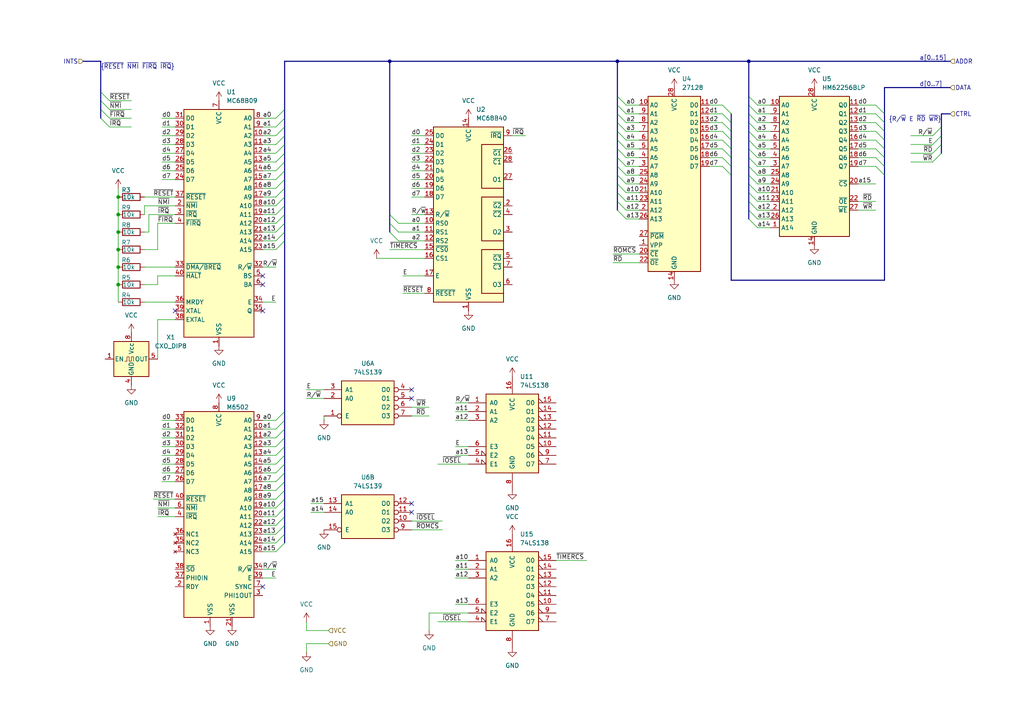
<source format=kicad_sch>
(kicad_sch (version 20231120) (generator "eeschema") (generator_version "8.0")
  (paper "A4")
  (title_block (title "Octuplex 8-bit Microcomputer") (date "2024-11-24") (company "John Honniball"))
  (lib_symbols
    (symbol "74xx:74LS138" (pin_names (offset 1.016))
      (property "Reference" "U" (at -7.62 11.43 0))
      (property "Value" "74LS138" (at -7.62 -13.97 0))
      (symbol "74LS138_1_0"
        (pin input line (at -12.7 7.62 0) (length 5.08) (name "A0") (number "1"))
        (pin output output_low (at 12.7 -5.08 180) (length 5.08) (name "O5") (number "10"))
        (pin output output_low (at 12.7 -2.54 180) (length 5.08) (name "O4") (number "11"))
        (pin output output_low (at 12.7 0 180) (length 5.08) (name "O3") (number "12"))
        (pin output output_low (at 12.7 2.54 180) (length 5.08) (name "O2") (number "13"))
        (pin output output_low (at 12.7 5.08 180) (length 5.08) (name "O1") (number "14"))
        (pin output output_low (at 12.7 7.62 180) (length 5.08) (name "O0") (number "15"))
        (pin power_in line (at 0 15.24 270) (length 5.08) (name "VCC") (number "16"))
        (pin input line (at -12.7 5.08 0) (length 5.08) (name "A1") (number "2"))
        (pin input line (at -12.7 2.54 0) (length 5.08) (name "A2") (number "3"))
        (pin input input_low (at -12.7 -10.16 0) (length 5.08) (name "E1") (number "4"))
        (pin input input_low (at -12.7 -7.62 0) (length 5.08) (name "E2") (number "5"))
        (pin input line (at -12.7 -5.08 0) (length 5.08) (name "E3") (number "6"))
        (pin output output_low (at 12.7 -10.16 180) (length 5.08) (name "O7") (number "7"))
        (pin power_in line (at 0 -17.78 90) (length 5.08) (name "GND") (number "8"))
        (pin output output_low (at 12.7 -7.62 180) (length 5.08) (name "O6") (number "9"))
      )
    )
    (symbol "74xx:74LS139" (pin_names (offset 1.016))
      (property "Reference" "U" (at -7.62 8.89 0))
      (property "Value" "74LS139" (at -7.62 -8.89 0))
      (symbol "74LS139_1_0"
        (pin input inverted (at -12.7 -5.08 0) (length 5.08) (name "E") (number "1"))
        (pin input line (at -12.7 0 0) (length 5.08) (name "A0") (number "2"))
        (pin input line (at -12.7 2.54 0) (length 5.08) (name "A1") (number "3"))
        (pin output inverted (at 12.7 2.54 180) (length 5.08) (name "O0") (number "4"))
        (pin output inverted (at 12.7 0 180) (length 5.08) (name "O1") (number "5"))
        (pin output inverted (at 12.7 -2.54 180) (length 5.08) (name "O2") (number "6"))
        (pin output inverted (at 12.7 -5.08 180) (length 5.08) (name "O3") (number "7"))
      )
      (symbol "74LS139_2_0"
        (pin output inverted (at 12.7 -2.54 180) (length 5.08) (name "O2") (number "10"))
        (pin output inverted (at 12.7 0 180) (length 5.08) (name "O1") (number "11"))
        (pin output inverted (at 12.7 2.54 180) (length 5.08) (name "O0") (number "12"))
        (pin input line (at -12.7 2.54 0) (length 5.08) (name "A1") (number "13"))
        (pin input line (at -12.7 0 0) (length 5.08) (name "A0") (number "14"))
        (pin input inverted (at -12.7 -5.08 0) (length 5.08) (name "E") (number "15"))
        (pin output inverted (at 12.7 -5.08 180) (length 5.08) (name "O3") (number "9"))
      )
      (symbol "74LS139_3_0"
        (pin power_in line (at 0 12.7 270) (length 5.08) (name "VCC") (number "16"))
        (pin power_in line (at 0 -12.7 90) (length 5.08) (name "GND") (number "8"))
      )
    )
    (symbol "CPU_NXP_6800:MC68B09"
      (property "Reference" "U" (at -7.62 34.29 0))
      (property "Value" "MC68B09" (at 10.16 34.29 0))
      (symbol "MC68B09_1_1"
        (pin power_in line (at 0 -35.56 90) (length 2.54) (name "VSS") (number "1"))
        (pin output line (at 12.7 25.4 180) (length 2.54) (name "A2") (number "10"))
        (pin output line (at 12.7 22.86 180) (length 2.54) (name "A3") (number "11"))
        (pin output line (at 12.7 20.32 180) (length 2.54) (name "A4") (number "12"))
        (pin output line (at 12.7 17.78 180) (length 2.54) (name "A5") (number "13"))
        (pin output line (at 12.7 15.24 180) (length 2.54) (name "A6") (number "14"))
        (pin output line (at 12.7 12.7 180) (length 2.54) (name "A7") (number "15"))
        (pin output line (at 12.7 10.16 180) (length 2.54) (name "A8") (number "16"))
        (pin output line (at 12.7 7.62 180) (length 2.54) (name "A9") (number "17"))
        (pin output line (at 12.7 5.08 180) (length 2.54) (name "A10") (number "18"))
        (pin output line (at 12.7 2.54 180) (length 2.54) (name "A11") (number "19"))
        (pin input line (at -12.7 5.08 0) (length 2.54) (name "~{NMI}") (number "2"))
        (pin output line (at 12.7 0 180) (length 2.54) (name "A12") (number "20"))
        (pin output line (at 12.7 -2.54 180) (length 2.54) (name "A13") (number "21"))
        (pin output line (at 12.7 -5.08 180) (length 2.54) (name "A14") (number "22"))
        (pin output line (at 12.7 -7.62 180) (length 2.54) (name "A15") (number "23"))
        (pin bidirectional line (at -12.7 12.7 0) (length 2.54) (name "D7") (number "24"))
        (pin bidirectional line (at -12.7 15.24 0) (length 2.54) (name "D6") (number "25"))
        (pin bidirectional line (at -12.7 17.78 0) (length 2.54) (name "D5") (number "26"))
        (pin bidirectional line (at -12.7 20.32 0) (length 2.54) (name "D4") (number "27"))
        (pin bidirectional line (at -12.7 22.86 0) (length 2.54) (name "D3") (number "28"))
        (pin bidirectional line (at -12.7 25.4 0) (length 2.54) (name "D2") (number "29"))
        (pin input line (at -12.7 2.54 0) (length 2.54) (name "~{IRQ}") (number "3"))
        (pin bidirectional line (at -12.7 27.94 0) (length 2.54) (name "D1") (number "30"))
        (pin bidirectional line (at -12.7 30.48 0) (length 2.54) (name "D0") (number "31"))
        (pin output line (at 12.7 -12.7 180) (length 2.54) (name "R/~{W}") (number "32"))
        (pin input line (at -12.7 -12.7 0) (length 2.54) (name "~{DMA/BREQ}") (number "33"))
        (pin output line (at 12.7 -22.86 180) (length 2.54) (name "E") (number "34"))
        (pin output line (at 12.7 -25.4 180) (length 2.54) (name "Q") (number "35"))
        (pin input line (at -12.7 -22.86 0) (length 2.54) (name "MRDY") (number "36"))
        (pin input line (at -12.7 7.62 0) (length 2.54) (name "~{RESET}") (number "37"))
        (pin input line (at -12.7 -27.94 0) (length 2.54) (name "EXTAL") (number "38"))
        (pin input line (at -12.7 -25.4 0) (length 2.54) (name "XTAL") (number "39"))
        (pin input line (at -12.7 0 0) (length 2.54) (name "~{FIRQ}") (number "4"))
        (pin input line (at -12.7 -15.24 0) (length 2.54) (name "~{HALT}") (number "40"))
        (pin output line (at 12.7 -15.24 180) (length 2.54) (name "BS") (number "5"))
        (pin output line (at 12.7 -17.78 180) (length 2.54) (name "BA") (number "6"))
        (pin power_in line (at 0 35.56 270) (length 2.54) (name "VCC") (number "7"))
        (pin output line (at 12.7 30.48 180) (length 2.54) (name "A0") (number "8"))
        (pin output line (at 12.7 27.94 180) (length 2.54) (name "A1") (number "9"))
      )
    )
    (symbol "Device:R" (pin_numbers hide) (pin_names (offset 0))
      (property "Reference" "R" (at 2.032 0 90))
      (property "Value" "R" (at 0 0 90))
      (symbol "R_1_1"
        (pin passive line (at 0 3.81 270) (length 1.27) (name "~") (number "1"))
        (pin passive line (at 0 -3.81 90) (length 1.27) (name "~") (number "2"))
      )
    )
    (symbol "Interface:MC68B40"
      (property "Reference" "U" (at -7.62 34.29 0))
      (property "Value" "MC68B40" (at 10.16 34.29 0))
      (symbol "MC68B40_1_1"
        (pin power_in line (at 0 -27.94 90) (length 2.54) (name "VSS") (number "1"))
        (pin input line (at -12.7 -2.54 0) (length 2.54) (name "RS0") (number "10"))
        (pin input line (at -12.7 -5.08 0) (length 2.54) (name "RS1") (number "11"))
        (pin input line (at -12.7 -7.62 0) (length 2.54) (name "RS2") (number "12"))
        (pin input line (at -12.7 0 0) (length 2.54) (name "R/~{W}") (number "13"))
        (pin power_in line (at 0 27.94 270) (length 2.54) (name "VCC") (number "14"))
        (pin input line (at -12.7 -10.16 0) (length 2.54) (name "~{CS0}") (number "15"))
        (pin input line (at -12.7 -12.7 0) (length 2.54) (name "CS1") (number "16"))
        (pin input line (at -12.7 -17.78 0) (length 2.54) (name "E") (number "17"))
        (pin input line (at -12.7 5.08 0) (length 2.54) (name "D7") (number "18"))
        (pin input line (at -12.7 7.62 0) (length 2.54) (name "D6") (number "19"))
        (pin input line (at 12.7 2.54 180) (length 2.54) (name "~{G2}") (number "2"))
        (pin input line (at -12.7 10.16 0) (length 2.54) (name "D5") (number "20"))
        (pin input line (at -12.7 12.7 0) (length 2.54) (name "D4") (number "21"))
        (pin input line (at -12.7 15.24 0) (length 2.54) (name "D3") (number "22"))
        (pin input line (at -12.7 17.78 0) (length 2.54) (name "D2") (number "23"))
        (pin input line (at -12.7 20.32 0) (length 2.54) (name "D1") (number "24"))
        (pin input line (at -12.7 22.86 0) (length 2.54) (name "D0") (number "25"))
        (pin input line (at 12.7 17.78 180) (length 2.54) (name "~{G1}") (number "26"))
        (pin output line (at 12.7 10.16 180) (length 2.54) (name "O1") (number "27"))
        (pin input line (at 12.7 15.24 180) (length 2.54) (name "~{C1}") (number "28"))
        (pin output line (at 12.7 -5.08 180) (length 2.54) (name "O2") (number "3"))
        (pin input line (at 12.7 0 180) (length 2.54) (name "~{C2}") (number "4"))
        (pin input line (at 12.7 -12.7 180) (length 2.54) (name "~{G3}") (number "5"))
        (pin output line (at 12.7 -20.32 180) (length 2.54) (name "O3") (number "6"))
        (pin input line (at 12.7 -15.24 180) (length 2.54) (name "~{C3}") (number "7"))
        (pin input line (at -12.7 -22.86 0) (length 2.54) (name "~{RESET}") (number "8"))
        (pin output line (at 12.7 22.86 180) (length 2.54) (name "~{IRQ}") (number "9"))
      )
    )
    (symbol "Memory_EPROM:27128"
      (property "Reference" "U" (at -7.62 26.67 0))
      (property "Value" "27128" (at 2.54 -26.67 0))
      (symbol "27128_1_1"
        (pin input line (at -10.16 -17.78 0) (length 2.54) (name "VPP") (number "1"))
        (pin input line (at -10.16 22.86 0) (length 2.54) (name "A0") (number "10"))
        (pin tri_state line (at 10.16 22.86 180) (length 2.54) (name "D0") (number "11"))
        (pin tri_state line (at 10.16 20.32 180) (length 2.54) (name "D1") (number "12"))
        (pin tri_state line (at 10.16 17.78 180) (length 2.54) (name "D2") (number "13"))
        (pin power_in line (at 0 -27.94 90) (length 2.54) (name "GND") (number "14"))
        (pin tri_state line (at 10.16 15.24 180) (length 2.54) (name "D3") (number "15"))
        (pin tri_state line (at 10.16 12.7 180) (length 2.54) (name "D4") (number "16"))
        (pin tri_state line (at 10.16 10.16 180) (length 2.54) (name "D5") (number "17"))
        (pin tri_state line (at 10.16 7.62 180) (length 2.54) (name "D6") (number "18"))
        (pin tri_state line (at 10.16 5.08 180) (length 2.54) (name "D7") (number "19"))
        (pin input line (at -10.16 -7.62 0) (length 2.54) (name "A12") (number "2"))
        (pin input line (at -10.16 -20.32 0) (length 2.54) (name "~{CE}") (number "20"))
        (pin input line (at -10.16 -2.54 0) (length 2.54) (name "A10") (number "21"))
        (pin input line (at -10.16 -22.86 0) (length 2.54) (name "~{OE}") (number "22"))
        (pin input line (at -10.16 -5.08 0) (length 2.54) (name "A11") (number "23"))
        (pin input line (at -10.16 0 0) (length 2.54) (name "A9") (number "24"))
        (pin input line (at -10.16 2.54 0) (length 2.54) (name "A8") (number "25"))
        (pin input line (at -10.16 -10.16 0) (length 2.54) (name "A13") (number "26"))
        (pin input line (at -10.16 -15.24 0) (length 2.54) (name "~{PGM}") (number "27"))
        (pin power_in line (at 0 27.94 270) (length 2.54) (name "VCC") (number "28"))
        (pin input line (at -10.16 5.08 0) (length 2.54) (name "A7") (number "3"))
        (pin input line (at -10.16 7.62 0) (length 2.54) (name "A6") (number "4"))
        (pin input line (at -10.16 10.16 0) (length 2.54) (name "A5") (number "5"))
        (pin input line (at -10.16 12.7 0) (length 2.54) (name "A4") (number "6"))
        (pin input line (at -10.16 15.24 0) (length 2.54) (name "A3") (number "7"))
        (pin input line (at -10.16 17.78 0) (length 2.54) (name "A2") (number "8"))
        (pin input line (at -10.16 20.32 0) (length 2.54) (name "A1") (number "9"))
      )
    )
    (symbol "Memory_RAM:HM62256BLP"
      (property "Reference" "U" (at -10.16 20.955 0))
      (property "Value" "HM62256BLP" (at 2.54 20.955 0))
      (symbol "HM62256BLP_0_0"
        (pin power_in line (at 0 -22.86 90) (length 2.54) (name "GND") (number "14"))
        (pin power_in line (at 0 22.86 270) (length 2.54) (name "VCC") (number "28"))
      )
      (symbol "HM62256BLP_1_1"
        (pin input line (at -12.7 -17.78 0) (length 2.54) (name "A14") (number "1"))
        (pin input line (at -12.7 17.78 0) (length 2.54) (name "A0") (number "10"))
        (pin tri_state line (at 12.7 17.78 180) (length 2.54) (name "Q0") (number "11"))
        (pin tri_state line (at 12.7 15.24 180) (length 2.54) (name "Q1") (number "12"))
        (pin tri_state line (at 12.7 12.7 180) (length 2.54) (name "Q2") (number "13"))
        (pin tri_state line (at 12.7 10.16 180) (length 2.54) (name "Q3") (number "15"))
        (pin tri_state line (at 12.7 7.62 180) (length 2.54) (name "Q4") (number "16"))
        (pin tri_state line (at 12.7 5.08 180) (length 2.54) (name "Q5") (number "17"))
        (pin tri_state line (at 12.7 2.54 180) (length 2.54) (name "Q6") (number "18"))
        (pin tri_state line (at 12.7 0 180) (length 2.54) (name "Q7") (number "19"))
        (pin input line (at -12.7 -12.7 0) (length 2.54) (name "A12") (number "2"))
        (pin input line (at 12.7 -5.08 180) (length 2.54) (name "~{CS}") (number "20"))
        (pin input line (at -12.7 -7.62 0) (length 2.54) (name "A10") (number "21"))
        (pin input line (at 12.7 -10.16 180) (length 2.54) (name "~{OE}") (number "22"))
        (pin input line (at -12.7 -10.16 0) (length 2.54) (name "A11") (number "23"))
        (pin input line (at -12.7 -5.08 0) (length 2.54) (name "A9") (number "24"))
        (pin input line (at -12.7 -2.54 0) (length 2.54) (name "A8") (number "25"))
        (pin input line (at -12.7 -15.24 0) (length 2.54) (name "A13") (number "26"))
        (pin input line (at 12.7 -12.7 180) (length 2.54) (name "~{WE}") (number "27"))
        (pin input line (at -12.7 0 0) (length 2.54) (name "A7") (number "3"))
        (pin input line (at -12.7 2.54 0) (length 2.54) (name "A6") (number "4"))
        (pin input line (at -12.7 5.08 0) (length 2.54) (name "A5") (number "5"))
        (pin input line (at -12.7 7.62 0) (length 2.54) (name "A4") (number "6"))
        (pin input line (at -12.7 10.16 0) (length 2.54) (name "A3") (number "7"))
        (pin input line (at -12.7 12.7 0) (length 2.54) (name "A2") (number "8"))
        (pin input line (at -12.7 15.24 0) (length 2.54) (name "A1") (number "9"))
      )
    )
    (symbol "Octuplex:M6502"
      (property "Reference" "U" (at 0 0 0))
      (symbol "M6502_1_1"
        (pin power_in line (at -2.54 -30.48 90) (length 2.54) (name "VSS") (number "1"))
        (pin output line (at 12.7 26.67 180) (length 2.54) (name "A1") (number "10"))
        (pin output line (at 12.7 24.13 180) (length 2.54) (name "A2") (number "11"))
        (pin output line (at 12.7 21.59 180) (length 2.54) (name "A3") (number "12"))
        (pin output line (at 12.7 19.05 180) (length 2.54) (name "A4") (number "13"))
        (pin output line (at 12.7 16.51 180) (length 2.54) (name "A5") (number "14"))
        (pin output line (at 12.7 13.97 180) (length 2.54) (name "A6") (number "15"))
        (pin output line (at 12.7 11.43 180) (length 2.54) (name "A7") (number "16"))
        (pin output line (at 12.7 8.89 180) (length 2.54) (name "A8") (number "17"))
        (pin output line (at 12.7 6.35 180) (length 2.54) (name "A9") (number "18"))
        (pin output line (at 12.7 3.81 180) (length 2.54) (name "A10") (number "19"))
        (pin input line (at -12.7 -19.05 0) (length 2.54) (name "RDY") (number "2"))
        (pin output line (at 12.7 1.27 180) (length 2.54) (name "A11") (number "20"))
        (pin power_in line (at 3.81 -30.48 90) (length 2.54) (name "VSS") (number "21"))
        (pin output line (at 12.7 -1.27 180) (length 2.54) (name "A12") (number "22"))
        (pin output line (at 12.7 -3.81 180) (length 2.54) (name "A13") (number "23"))
        (pin output line (at 12.7 -6.35 180) (length 2.54) (name "A14") (number "24"))
        (pin output line (at 12.7 -8.89 180) (length 2.54) (name "A15") (number "25"))
        (pin bidirectional line (at -12.7 11.43 0) (length 2.54) (name "D7") (number "26"))
        (pin bidirectional line (at -12.7 13.97 0) (length 2.54) (name "D6") (number "27"))
        (pin bidirectional line (at -12.7 16.51 0) (length 2.54) (name "D5") (number "28"))
        (pin bidirectional line (at -12.7 19.05 0) (length 2.54) (name "D4") (number "29"))
        (pin output line (at 12.7 -21.59 180) (length 2.54) (name "PHI1OUT") (number "3"))
        (pin bidirectional line (at -12.7 21.59 0) (length 2.54) (name "D3") (number "30"))
        (pin bidirectional line (at -12.7 24.13 0) (length 2.54) (name "D2") (number "31"))
        (pin bidirectional line (at -12.7 26.67 0) (length 2.54) (name "D1") (number "32"))
        (pin bidirectional line (at -12.7 29.21 0) (length 2.54) (name "D0") (number "33"))
        (pin output line (at 12.7 -13.97 180) (length 2.54) (name "R/~{W}") (number "34"))
        (pin no_connect line (at -12.7 -6.35 0) (length 2.54) (name "NC2") (number "35"))
        (pin no_connect line (at -12.7 -3.81 0) (length 2.54) (name "NC1") (number "36"))
        (pin input line (at -12.7 -16.51 0) (length 2.54) (name "PHI0IN") (number "37"))
        (pin input line (at -12.7 -13.97 0) (length 2.54) (name "~{SO}") (number "38"))
        (pin output line (at 12.7 -16.51 180) (length 2.54) (name "E") (number "39"))
        (pin input line (at -12.7 1.27 0) (length 2.54) (name "~{IRQ}") (number "4"))
        (pin input line (at -12.7 6.35 0) (length 2.54) (name "~{RESET}") (number "40"))
        (pin no_connect line (at -12.7 -8.89 0) (length 2.54) (name "NC3") (number "5"))
        (pin input line (at -12.7 3.81 0) (length 2.54) (name "~{NMI}") (number "6"))
        (pin output line (at 12.7 -19.05 180) (length 2.54) (name "SYNC") (number "7"))
        (pin power_in line (at 0 34.29 270) (length 2.54) (name "VCC") (number "8"))
        (pin output line (at 12.7 29.21 180) (length 2.54) (name "A0") (number "9"))
      )
    )
    (symbol "Oscillator:CXO_DIP8" (pin_names (offset 0.254))
      (property "Reference" "X" (at -5.08 6.35 0))
      (property "Value" "CXO_DIP8" (at 1.27 -6.35 0))
      (symbol "CXO_DIP8_1_1"
        (pin input line (at -7.62 0 0) (length 2.54) (name "EN") (number "1"))
        (pin power_in line (at 0 -7.62 90) (length 2.54) (name "GND") (number "4"))
        (pin output line (at 7.62 0 180) (length 2.54) (name "OUT") (number "5"))
        (pin power_in line (at 0 7.62 270) (length 2.54) (name "Vcc") (number "8"))
      )
    )
    (symbol "power:GND" (power) (pin_numbers hide) (pin_names (offset 0) hide)
      (property "Value" "GND" (at 0 -3.81 0))
      (symbol "GND_1_1"
        (pin power_in line (at 0 0 270) (length 0) (name "~") (number "1"))
      )
    )
    (symbol "power:VCC" (power) (pin_numbers hide) (pin_names (offset 0) hide)
      (property "Value" "VCC" (at 0 3.556 0))
      (symbol "VCC_1_1"
        (pin power_in line (at 0 0 90) (length 0) (name "~") (number "1"))
      )
    )
  )
  (junction (at 179.07 17.78))
  (junction (at 113.03 17.78))
  (junction (at 34.29 82.55))
  (junction (at 34.29 57.15))
  (junction (at 34.29 77.47))
  (junction (at 217.17 17.78))
  (junction (at 34.29 72.39))
  (junction (at 34.29 67.31))
  (junction (at 34.29 62.23))
  (no_connect (at 119.38 146.05))
  (no_connect (at 76.2 90.17))
  (no_connect (at 76.2 170.18))
  (no_connect (at 119.38 148.59))
  (no_connect (at 50.8 90.17))
  (no_connect (at 76.2 80.01))
  (no_connect (at 119.38 113.03))
  (no_connect (at 119.38 115.57))
  (no_connect (at 76.2 82.55))
  (bus_entry (at 181.61 50.8) (size -2.54 -2.54))
  (bus_entry (at 181.61 45.72) (size -2.54 -2.54))
  (bus_entry (at 80.01 134.62) (size 2.54 -2.54))
  (bus_entry (at 80.01 41.91) (size 2.54 -2.54))
  (bus_entry (at 80.01 34.29) (size 2.54 -2.54))
  (bus_entry (at 209.55 48.26) (size 2.54 2.54))
  (bus_entry (at 209.55 40.64) (size 2.54 2.54))
  (bus_entry (at 80.01 149.86) (size 2.54 -2.54))
  (bus_entry (at 80.01 139.7) (size 2.54 -2.54))
  (bus_entry (at 181.61 48.26) (size -2.54 -2.54))
  (bus_entry (at 181.61 40.64) (size -2.54 -2.54))
  (bus_entry (at 80.01 69.85) (size 2.54 -2.54))
  (bus_entry (at 80.01 132.08) (size 2.54 -2.54))
  (bus_entry (at 217.17 60.96) (size 2.54 2.54))
  (bus_entry (at 217.17 43.18) (size 2.54 2.54))
  (bus_entry (at 80.01 67.31) (size 2.54 -2.54))
  (bus_entry (at 80.01 129.54) (size 2.54 -2.54))
  (bus_entry (at 217.17 48.26) (size 2.54 2.54))
  (bus_entry (at 219.71 33.02) (size -2.54 -2.54))
  (bus_entry (at 181.61 55.88) (size -2.54 -2.54))
  (bus_entry (at 270.51 46.99) (size 2.54 -2.54))
  (bus_entry (at 80.01 64.77) (size 2.54 -2.54))
  (bus_entry (at 217.17 45.72) (size 2.54 2.54))
  (bus_entry (at 80.01 46.99) (size 2.54 -2.54))
  (bus_entry (at 80.01 144.78) (size 2.54 -2.54))
  (bus_entry (at 113.03 64.77) (size 2.54 2.54))
  (bus_entry (at 270.51 39.37) (size 2.54 -2.54))
  (bus_entry (at 181.61 53.34) (size -2.54 -2.54))
  (bus_entry (at 217.17 55.88) (size 2.54 2.54))
  (bus_entry (at 219.71 35.56) (size -2.54 -2.54))
  (bus_entry (at 80.01 49.53) (size 2.54 -2.54))
  (bus_entry (at 209.55 38.1) (size 2.54 2.54))
  (bus_entry (at 219.71 38.1) (size -2.54 -2.54))
  (bus_entry (at 270.51 44.45) (size 2.54 -2.54))
  (bus_entry (at 181.61 63.5) (size -2.54 -2.54))
  (bus_entry (at 113.03 62.23) (size 2.54 2.54))
  (bus_entry (at 217.17 58.42) (size 2.54 2.54))
  (bus_entry (at 181.61 60.96) (size -2.54 -2.54))
  (bus_entry (at 209.55 45.72) (size 2.54 2.54))
  (bus_entry (at 209.55 35.56) (size 2.54 2.54))
  (bus_entry (at 80.01 142.24) (size 2.54 -2.54))
  (bus_entry (at 254 40.64) (size 2.54 2.54))
  (bus_entry (at 254 45.72) (size 2.54 2.54))
  (bus_entry (at 219.71 40.64) (size -2.54 -2.54))
  (bus_entry (at 181.61 30.48) (size -2.54 -2.54))
  (bus_entry (at 31.75 29.21) (size -2.54 -2.54))
  (bus_entry (at 219.71 30.48) (size -2.54 -2.54))
  (bus_entry (at 181.61 35.56) (size -2.54 -2.54))
  (bus_entry (at 80.01 59.69) (size 2.54 -2.54))
  (bus_entry (at 254 48.26) (size 2.54 2.54))
  (bus_entry (at 254 38.1) (size 2.54 2.54))
  (bus_entry (at 80.01 154.94) (size 2.54 -2.54))
  (bus_entry (at 80.01 127) (size 2.54 -2.54))
  (bus_entry (at 80.01 62.23) (size 2.54 -2.54))
  (bus_entry (at 80.01 137.16) (size 2.54 -2.54))
  (bus_entry (at 31.75 34.29) (size -2.54 -2.54))
  (bus_entry (at 270.51 41.91) (size 2.54 -2.54))
  (bus_entry (at 31.75 31.75) (size -2.54 -2.54))
  (bus_entry (at 217.17 53.34) (size 2.54 2.54))
  (bus_entry (at 80.01 52.07) (size 2.54 -2.54))
  (bus_entry (at 254 33.02) (size 2.54 2.54))
  (bus_entry (at 80.01 147.32) (size 2.54 -2.54))
  (bus_entry (at 181.61 43.18) (size -2.54 -2.54))
  (bus_entry (at 80.01 121.92) (size 2.54 -2.54))
  (bus_entry (at 113.03 67.31) (size 2.54 2.54))
  (bus_entry (at 181.61 38.1) (size -2.54 -2.54))
  (bus_entry (at 209.55 30.48) (size 2.54 2.54))
  (bus_entry (at 181.61 33.02) (size -2.54 -2.54))
  (bus_entry (at 254 35.56) (size 2.54 2.54))
  (bus_entry (at 209.55 43.18) (size 2.54 2.54))
  (bus_entry (at 80.01 124.46) (size 2.54 -2.54))
  (bus_entry (at 31.75 36.83) (size -2.54 -2.54))
  (bus_entry (at 80.01 57.15) (size 2.54 -2.54))
  (bus_entry (at 80.01 160.02) (size 2.54 -2.54))
  (bus_entry (at 219.71 43.18) (size -2.54 -2.54))
  (bus_entry (at 217.17 50.8) (size 2.54 2.54))
  (bus_entry (at 254 43.18) (size 2.54 2.54))
  (bus_entry (at 209.55 33.02) (size 2.54 2.54))
  (bus_entry (at 80.01 152.4) (size 2.54 -2.54))
  (bus_entry (at 80.01 44.45) (size 2.54 -2.54))
  (bus_entry (at 80.01 54.61) (size 2.54 -2.54))
  (bus_entry (at 80.01 36.83) (size 2.54 -2.54))
  (bus_entry (at 217.17 63.5) (size 2.54 2.54))
  (bus_entry (at 80.01 39.37) (size 2.54 -2.54))
  (bus_entry (at 181.61 58.42) (size -2.54 -2.54))
  (bus_entry (at 80.01 157.48) (size 2.54 -2.54))
  (bus_entry (at 80.01 72.39) (size 2.54 -2.54))
  (bus_entry (at 254 30.48) (size 2.54 2.54))
  (wire (pts (xy 132.08 167.64) (xy 135.89 167.64)))
  (wire (pts (xy 45.72 149.86) (xy 50.8 149.86)))
  (wire (pts (xy 116.84 85.09) (xy 123.19 85.09)))
  (wire (pts (xy 119.38 153.67) (xy 128.27 153.67)))
  (wire (pts (xy 46.99 34.29) (xy 50.8 34.29)))
  (wire (pts (xy 119.38 151.13) (xy 128.27 151.13)))
  (wire (pts (xy 46.99 132.08) (xy 50.8 132.08)))
  (wire (pts (xy 181.61 43.18) (xy 185.42 43.18)))
  (wire (pts (xy 41.91 77.47) (xy 50.8 77.47)))
  (bus (pts (xy 217.17 48.26) (xy 217.17 45.72)))
  (bus (pts (xy 179.07 43.18) (xy 179.07 45.72)))
  (wire (pts (xy 90.17 146.05) (xy 93.98 146.05)))
  (wire (pts (xy 127 134.62) (xy 135.89 134.62)))
  (wire (pts (xy 132.08 165.1) (xy 135.89 165.1)))
  (wire (pts (xy 119.38 54.61) (xy 123.19 54.61)))
  (wire (pts (xy 41.91 62.23) (xy 41.91 59.69)))
  (wire (pts (xy 45.72 72.39) (xy 45.72 64.77)))
  (bus (pts (xy 82.55 34.29) (xy 82.55 36.83)))
  (bus (pts (xy 82.55 31.75) (xy 82.55 34.29)))
  (wire (pts (xy 45.72 92.71) (xy 45.72 104.14)))
  (wire (pts (xy 132.08 162.56) (xy 135.89 162.56)))
  (bus (pts (xy 82.55 154.94) (xy 82.55 157.48)))
  (bus (pts (xy 179.07 38.1) (xy 179.07 40.64)))
  (wire (pts (xy 95.25 186.69) (xy 88.9 186.69)))
  (wire (pts (xy 76.2 46.99) (xy 80.01 46.99)))
  (wire (pts (xy 205.74 38.1) (xy 209.55 38.1)))
  (bus (pts (xy 217.17 58.42) (xy 217.17 55.88)))
  (bus (pts (xy 82.55 137.16) (xy 82.55 139.7)))
  (bus (pts (xy 273.05 36.83) (xy 273.05 39.37)))
  (bus (pts (xy 113.03 62.23) (xy 113.03 64.77)))
  (bus (pts (xy 82.55 54.61) (xy 82.55 57.15)))
  (wire (pts (xy 76.2 57.15) (xy 80.01 57.15)))
  (wire (pts (xy 45.72 147.32) (xy 50.8 147.32)))
  (wire (pts (xy 148.59 39.37) (xy 152.4 39.37)))
  (wire (pts (xy 177.8 76.2) (xy 185.42 76.2)))
  (wire (pts (xy 119.38 39.37) (xy 123.19 39.37)))
  (wire (pts (xy 219.71 58.42) (xy 223.52 58.42)))
  (bus (pts (xy 29.21 26.67) (xy 29.21 29.21)))
  (wire (pts (xy 135.89 177.8) (xy 124.46 177.8)))
  (bus (pts (xy 179.07 30.48) (xy 179.07 33.02)))
  (wire (pts (xy 76.2 64.77) (xy 80.01 64.77)))
  (wire (pts (xy 76.2 149.86) (xy 80.01 149.86)))
  (wire (pts (xy 115.57 67.31) (xy 123.19 67.31)))
  (bus (pts (xy 217.17 27.94) (xy 217.17 17.78)))
  (wire (pts (xy 181.61 55.88) (xy 185.42 55.88)))
  (bus (pts (xy 212.09 40.64) (xy 212.09 43.18)))
  (wire (pts (xy 181.61 60.96) (xy 185.42 60.96)))
  (bus (pts (xy 113.03 17.78) (xy 179.07 17.78)))
  (bus (pts (xy 273.05 33.02) (xy 273.05 36.83)))
  (bus (pts (xy 82.55 64.77) (xy 82.55 67.31)))
  (wire (pts (xy 80.01 87.63) (xy 76.2 87.63)))
  (wire (pts (xy 219.71 40.64) (xy 223.52 40.64)))
  (wire (pts (xy 181.61 38.1) (xy 185.42 38.1)))
  (wire (pts (xy 181.61 35.56) (xy 185.42 35.56)))
  (wire (pts (xy 115.57 69.85) (xy 123.19 69.85)))
  (bus (pts (xy 82.55 152.4) (xy 82.55 154.94)))
  (wire (pts (xy 45.72 80.01) (xy 50.8 80.01)))
  (wire (pts (xy 181.61 58.42) (xy 185.42 58.42)))
  (wire (pts (xy 46.99 36.83) (xy 50.8 36.83)))
  (wire (pts (xy 219.71 55.88) (xy 223.52 55.88)))
  (wire (pts (xy 76.2 154.94) (xy 80.01 154.94)))
  (bus (pts (xy 212.09 45.72) (xy 212.09 48.26)))
  (wire (pts (xy 76.2 137.16) (xy 80.01 137.16)))
  (bus (pts (xy 179.07 17.78) (xy 179.07 27.94)))
  (bus (pts (xy 179.07 40.64) (xy 179.07 43.18)))
  (wire (pts (xy 76.2 62.23) (xy 80.01 62.23)))
  (bus (pts (xy 82.55 49.53) (xy 82.55 52.07)))
  (wire (pts (xy 90.17 148.59) (xy 93.98 148.59)))
  (wire (pts (xy 248.92 40.64) (xy 254 40.64)))
  (wire (pts (xy 31.75 36.83) (xy 38.1 36.83)))
  (wire (pts (xy 76.2 165.1) (xy 80.01 165.1)))
  (wire (pts (xy 41.91 72.39) (xy 45.72 72.39)))
  (wire (pts (xy 43.18 67.31) (xy 43.18 62.23)))
  (wire (pts (xy 248.92 33.02) (xy 254 33.02)))
  (bus (pts (xy 82.55 39.37) (xy 82.55 41.91)))
  (wire (pts (xy 248.92 38.1) (xy 254 38.1)))
  (bus (pts (xy 256.54 43.18) (xy 256.54 45.72)))
  (wire (pts (xy 181.61 33.02) (xy 185.42 33.02)))
  (wire (pts (xy 46.99 49.53) (xy 50.8 49.53)))
  (wire (pts (xy 76.2 49.53) (xy 80.01 49.53)))
  (wire (pts (xy 46.99 129.54) (xy 50.8 129.54)))
  (wire (pts (xy 219.71 63.5) (xy 223.52 63.5)))
  (wire (pts (xy 248.92 60.96) (xy 254 60.96)))
  (bus (pts (xy 24.13 17.78) (xy 29.21 17.78)))
  (bus (pts (xy 82.55 134.62) (xy 82.55 137.16)))
  (wire (pts (xy 248.92 48.26) (xy 254 48.26)))
  (wire (pts (xy 93.98 120.65) (xy 93.98 121.92)))
  (bus (pts (xy 217.17 53.34) (xy 217.17 50.8)))
  (wire (pts (xy 219.71 43.18) (xy 223.52 43.18)))
  (bus (pts (xy 212.09 81.28) (xy 256.54 81.28)))
  (wire (pts (xy 219.71 30.48) (xy 223.52 30.48)))
  (bus (pts (xy 82.55 36.83) (xy 82.55 39.37)))
  (wire (pts (xy 34.29 54.61) (xy 34.29 57.15)))
  (wire (pts (xy 41.91 59.69) (xy 50.8 59.69)))
  (wire (pts (xy 76.2 41.91) (xy 80.01 41.91)))
  (wire (pts (xy 119.38 49.53) (xy 123.19 49.53)))
  (wire (pts (xy 41.91 87.63) (xy 50.8 87.63)))
  (wire (pts (xy 119.38 52.07) (xy 123.19 52.07)))
  (bus (pts (xy 82.55 41.91) (xy 82.55 44.45)))
  (bus (pts (xy 217.17 55.88) (xy 217.17 53.34)))
  (bus (pts (xy 256.54 33.02) (xy 256.54 35.56)))
  (bus (pts (xy 29.21 29.21) (xy 29.21 31.75)))
  (wire (pts (xy 76.2 77.47) (xy 80.01 77.47)))
  (bus (pts (xy 82.55 62.23) (xy 82.55 64.77)))
  (bus (pts (xy 82.55 147.32) (xy 82.55 149.86)))
  (wire (pts (xy 76.2 129.54) (xy 80.01 129.54)))
  (bus (pts (xy 217.17 38.1) (xy 217.17 35.56)))
  (wire (pts (xy 219.71 48.26) (xy 223.52 48.26)))
  (wire (pts (xy 34.29 82.55) (xy 34.29 87.63)))
  (wire (pts (xy 46.99 137.16) (xy 50.8 137.16)))
  (bus (pts (xy 82.55 142.24) (xy 82.55 144.78)))
  (wire (pts (xy 80.01 167.64) (xy 76.2 167.64)))
  (bus (pts (xy 179.07 33.02) (xy 179.07 35.56)))
  (wire (pts (xy 264.16 41.91) (xy 270.51 41.91)))
  (wire (pts (xy 205.74 33.02) (xy 209.55 33.02)))
  (wire (pts (xy 88.9 182.88) (xy 95.25 182.88)))
  (wire (pts (xy 219.71 50.8) (xy 223.52 50.8)))
  (bus (pts (xy 212.09 50.8) (xy 212.09 81.28)))
  (wire (pts (xy 34.29 72.39) (xy 34.29 77.47)))
  (wire (pts (xy 116.84 80.01) (xy 123.19 80.01)))
  (bus (pts (xy 256.54 38.1) (xy 256.54 40.64)))
  (bus (pts (xy 113.03 17.78) (xy 113.03 62.23)))
  (bus (pts (xy 179.07 45.72) (xy 179.07 48.26)))
  (bus (pts (xy 217.17 40.64) (xy 217.17 38.1)))
  (wire (pts (xy 46.99 41.91) (xy 50.8 41.91)))
  (wire (pts (xy 248.92 58.42) (xy 254 58.42)))
  (bus (pts (xy 113.03 64.77) (xy 113.03 67.31)))
  (bus (pts (xy 217.17 30.48) (xy 217.17 27.94)))
  (bus (pts (xy 256.54 50.8) (xy 256.54 81.28)))
  (bus (pts (xy 256.54 40.64) (xy 256.54 43.18)))
  (bus (pts (xy 82.55 44.45) (xy 82.55 46.99)))
  (bus (pts (xy 212.09 43.18) (xy 212.09 45.72)))
  (bus (pts (xy 179.07 48.26) (xy 179.07 50.8)))
  (wire (pts (xy 76.2 134.62) (xy 80.01 134.62)))
  (wire (pts (xy 119.38 57.15) (xy 123.19 57.15)))
  (wire (pts (xy 205.74 30.48) (xy 209.55 30.48)))
  (bus (pts (xy 273.05 41.91) (xy 273.05 44.45)))
  (bus (pts (xy 82.55 139.7) (xy 82.55 142.24)))
  (wire (pts (xy 76.2 142.24) (xy 80.01 142.24)))
  (wire (pts (xy 219.71 38.1) (xy 223.52 38.1)))
  (wire (pts (xy 88.9 113.03) (xy 93.98 113.03)))
  (wire (pts (xy 248.92 53.34) (xy 254 53.34)))
  (wire (pts (xy 219.71 33.02) (xy 223.52 33.02)))
  (wire (pts (xy 88.9 115.57) (xy 93.98 115.57)))
  (wire (pts (xy 76.2 39.37) (xy 80.01 39.37)))
  (wire (pts (xy 181.61 53.34) (xy 185.42 53.34)))
  (bus (pts (xy 29.21 31.75) (xy 29.21 34.29)))
  (bus (pts (xy 256.54 48.26) (xy 256.54 50.8)))
  (bus (pts (xy 179.07 58.42) (xy 179.07 60.96)))
  (wire (pts (xy 76.2 59.69) (xy 80.01 59.69)))
  (wire (pts (xy 181.61 63.5) (xy 185.42 63.5)))
  (wire (pts (xy 46.99 44.45) (xy 50.8 44.45)))
  (wire (pts (xy 132.08 121.92) (xy 135.89 121.92)))
  (wire (pts (xy 76.2 124.46) (xy 80.01 124.46)))
  (bus (pts (xy 256.54 25.4) (xy 256.54 33.02)))
  (wire (pts (xy 132.08 116.84) (xy 135.89 116.84)))
  (wire (pts (xy 181.61 50.8) (xy 185.42 50.8)))
  (wire (pts (xy 44.45 144.78) (xy 50.8 144.78)))
  (wire (pts (xy 46.99 134.62) (xy 50.8 134.62)))
  (wire (pts (xy 76.2 34.29) (xy 80.01 34.29)))
  (bus (pts (xy 82.55 46.99) (xy 82.55 49.53)))
  (wire (pts (xy 34.29 77.47) (xy 34.29 82.55)))
  (bus (pts (xy 273.05 39.37) (xy 273.05 41.91)))
  (wire (pts (xy 132.08 119.38) (xy 135.89 119.38)))
  (bus (pts (xy 82.55 149.86) (xy 82.55 152.4)))
  (bus (pts (xy 82.55 124.46) (xy 82.55 127)))
  (bus (pts (xy 256.54 35.56) (xy 256.54 38.1)))
  (wire (pts (xy 45.72 82.55) (xy 45.72 80.01)))
  (wire (pts (xy 31.75 31.75) (xy 38.1 31.75)))
  (wire (pts (xy 181.61 45.72) (xy 185.42 45.72)))
  (wire (pts (xy 219.71 45.72) (xy 223.52 45.72)))
  (wire (pts (xy 31.75 29.21) (xy 38.1 29.21)))
  (wire (pts (xy 248.92 45.72) (xy 254 45.72)))
  (wire (pts (xy 181.61 40.64) (xy 185.42 40.64)))
  (wire (pts (xy 219.71 35.56) (xy 223.52 35.56)))
  (wire (pts (xy 76.2 67.31) (xy 80.01 67.31)))
  (bus (pts (xy 29.21 17.78) (xy 29.21 26.67)))
  (bus (pts (xy 217.17 60.96) (xy 217.17 58.42)))
  (wire (pts (xy 177.8 73.66) (xy 185.42 73.66)))
  (bus (pts (xy 82.55 17.78) (xy 82.55 31.75)))
  (bus (pts (xy 217.17 33.02) (xy 217.17 30.48)))
  (wire (pts (xy 223.52 66.04) (xy 219.71 66.04)))
  (wire (pts (xy 119.38 62.23) (xy 123.19 62.23)))
  (bus (pts (xy 256.54 45.72) (xy 256.54 48.26)))
  (bus (pts (xy 217.17 45.72) (xy 217.17 43.18)))
  (wire (pts (xy 205.74 45.72) (xy 209.55 45.72)))
  (bus (pts (xy 82.55 57.15) (xy 82.55 59.69)))
  (wire (pts (xy 270.51 39.37) (xy 264.16 39.37)))
  (wire (pts (xy 43.18 62.23) (xy 50.8 62.23)))
  (wire (pts (xy 34.29 67.31) (xy 34.29 72.39)))
  (bus (pts (xy 217.17 43.18) (xy 217.17 40.64)))
  (wire (pts (xy 119.38 44.45) (xy 123.19 44.45)))
  (wire (pts (xy 270.51 44.45) (xy 264.16 44.45)))
  (wire (pts (xy 76.2 157.48) (xy 80.01 157.48)))
  (wire (pts (xy 76.2 72.39) (xy 80.01 72.39)))
  (wire (pts (xy 76.2 127) (xy 80.01 127)))
  (bus (pts (xy 217.17 50.8) (xy 217.17 48.26)))
  (wire (pts (xy 248.92 43.18) (xy 254 43.18)))
  (wire (pts (xy 115.57 64.77) (xy 123.19 64.77)))
  (wire (pts (xy 76.2 121.92) (xy 80.01 121.92)))
  (wire (pts (xy 132.08 175.26) (xy 135.89 175.26)))
  (bus (pts (xy 275.59 25.4) (xy 256.54 25.4)))
  (bus (pts (xy 82.55 121.92) (xy 82.55 124.46)))
  (wire (pts (xy 41.91 82.55) (xy 45.72 82.55)))
  (wire (pts (xy 46.99 52.07) (xy 50.8 52.07)))
  (wire (pts (xy 50.8 92.71) (xy 45.72 92.71)))
  (bus (pts (xy 82.55 144.78) (xy 82.55 147.32)))
  (wire (pts (xy 248.92 30.48) (xy 254 30.48)))
  (bus (pts (xy 212.09 33.02) (xy 212.09 35.56)))
  (wire (pts (xy 76.2 152.4) (xy 80.01 152.4)))
  (bus (pts (xy 82.55 132.08) (xy 82.55 134.62)))
  (bus (pts (xy 217.17 17.78) (xy 275.59 17.78)))
  (wire (pts (xy 76.2 139.7) (xy 80.01 139.7)))
  (wire (pts (xy 132.08 132.08) (xy 135.89 132.08)))
  (wire (pts (xy 113.03 72.39) (xy 123.19 72.39)))
  (wire (pts (xy 46.99 46.99) (xy 50.8 46.99)))
  (wire (pts (xy 46.99 39.37) (xy 50.8 39.37)))
  (wire (pts (xy 119.38 118.11) (xy 124.46 118.11)))
  (bus (pts (xy 82.55 59.69) (xy 82.55 62.23)))
  (wire (pts (xy 181.61 30.48) (xy 185.42 30.48)))
  (wire (pts (xy 45.72 64.77) (xy 50.8 64.77)))
  (bus (pts (xy 212.09 48.26) (xy 212.09 50.8)))
  (wire (pts (xy 46.99 124.46) (xy 50.8 124.46)))
  (bus (pts (xy 179.07 27.94) (xy 179.07 30.48)))
  (bus (pts (xy 217.17 63.5) (xy 217.17 60.96)))
  (bus (pts (xy 82.55 69.85) (xy 82.55 119.38)))
  (wire (pts (xy 270.51 46.99) (xy 264.16 46.99)))
  (wire (pts (xy 181.61 48.26) (xy 185.42 48.26)))
  (wire (pts (xy 219.71 53.34) (xy 223.52 53.34)))
  (wire (pts (xy 248.92 35.56) (xy 254 35.56)))
  (wire (pts (xy 205.74 48.26) (xy 209.55 48.26)))
  (bus (pts (xy 217.17 35.56) (xy 217.17 33.02)))
  (bus (pts (xy 179.07 53.34) (xy 179.07 55.88)))
  (wire (pts (xy 46.99 139.7) (xy 50.8 139.7)))
  (wire (pts (xy 205.74 35.56) (xy 209.55 35.56)))
  (bus (pts (xy 179.07 35.56) (xy 179.07 38.1)))
  (wire (pts (xy 205.74 43.18) (xy 209.55 43.18)))
  (wire (pts (xy 76.2 160.02) (xy 80.01 160.02)))
  (bus (pts (xy 179.07 55.88) (xy 179.07 58.42)))
  (wire (pts (xy 119.38 41.91) (xy 123.19 41.91)))
  (wire (pts (xy 31.75 34.29) (xy 38.1 34.29)))
  (wire (pts (xy 76.2 147.32) (xy 80.01 147.32)))
  (wire (pts (xy 119.38 46.99) (xy 123.19 46.99)))
  (wire (pts (xy 124.46 177.8) (xy 124.46 182.88)))
  (bus (pts (xy 179.07 17.78) (xy 217.17 17.78)))
  (wire (pts (xy 41.91 67.31) (xy 43.18 67.31)))
  (wire (pts (xy 76.2 144.78) (xy 80.01 144.78)))
  (wire (pts (xy 34.29 57.15) (xy 34.29 62.23)))
  (wire (pts (xy 132.08 129.54) (xy 135.89 129.54)))
  (wire (pts (xy 76.2 36.83) (xy 80.01 36.83)))
  (wire (pts (xy 46.99 121.92) (xy 50.8 121.92)))
  (bus (pts (xy 212.09 38.1) (xy 212.09 40.64)))
  (bus (pts (xy 82.55 52.07) (xy 82.55 54.61)))
  (wire (pts (xy 127 180.34) (xy 135.89 180.34)))
  (wire (pts (xy 76.2 132.08) (xy 80.01 132.08)))
  (wire (pts (xy 119.38 120.65) (xy 124.46 120.65)))
  (wire (pts (xy 76.2 54.61) (xy 80.01 54.61)))
  (wire (pts (xy 88.9 180.34) (xy 88.9 182.88)))
  (bus (pts (xy 82.55 127) (xy 82.55 129.54)))
  (wire (pts (xy 88.9 186.69) (xy 88.9 189.23)))
  (wire (pts (xy 41.91 57.15) (xy 50.8 57.15)))
  (bus (pts (xy 179.07 50.8) (xy 179.07 53.34)))
  (bus (pts (xy 275.59 33.02) (xy 273.05 33.02)))
  (wire (pts (xy 46.99 127) (xy 50.8 127)))
  (wire (pts (xy 109.22 74.93) (xy 123.19 74.93)))
  (wire (pts (xy 161.29 162.56) (xy 170.18 162.56)))
  (wire (pts (xy 76.2 52.07) (xy 80.01 52.07)))
  (bus (pts (xy 82.55 129.54) (xy 82.55 132.08)))
  (bus (pts (xy 113.03 17.78) (xy 82.55 17.78)))
  (wire (pts (xy 76.2 44.45) (xy 80.01 44.45)))
  (bus (pts (xy 82.55 67.31) (xy 82.55 69.85)))
  (wire (pts (xy 76.2 69.85) (xy 80.01 69.85)))
  (wire (pts (xy 34.29 62.23) (xy 34.29 67.31)))
  (wire (pts (xy 219.71 60.96) (xy 223.52 60.96)))
  (wire (pts (xy 205.74 40.64) (xy 209.55 40.64)))
  (bus (pts (xy 82.55 119.38) (xy 82.55 121.92)))
  (bus (pts (xy 212.09 35.56) (xy 212.09 38.1)))
  (label "a0" (at 119.38 64.77 0))
  (label "a9" (at 76.2 57.15 0))
  (label "d0" (at 46.99 34.29 0))
  (label "R{slash}~{W}" (at 88.9 115.57 0))
  (label "a7" (at 181.61 48.26 0))
  (label "R{slash}~{W}" (at 270.51 39.37 180))
  (label "d1" (at 46.99 36.83 0))
  (label "{~{RESET} ~{NMI} ~{FIRQ} ~{IRQ}}" (at 29.21 20.32 0))
  (label "d2" (at 46.99 127 0))
  (label "a10" (at 76.2 59.69 0))
  (label "a1" (at 181.61 33.02 0))
  (label "a13" (at 132.08 175.26 0))
  (label "~{IRQ}" (at 31.75 36.83 0))
  (label "a8" (at 76.2 54.61 0))
  (label "d1" (at 248.92 33.02 0))
  (label "a4" (at 181.61 40.64 0))
  (label "a11" (at 181.61 58.42 0))
  (label "d6" (at 248.92 45.72 0))
  (label "d3" (at 46.99 129.54 0))
  (label "d0" (at 119.38 39.37 0))
  (label "d5" (at 119.38 52.07 0))
  (label "~{NMI}" (at 31.75 31.75 0))
  (label "a5" (at 181.61 43.18 0))
  (label "a10" (at 76.2 147.32 0))
  (label "a15" (at 76.2 72.39 0))
  (label "~{RD}" (at 250.19 58.42 0))
  (label "a12" (at 76.2 152.4 0))
  (label "d7" (at 46.99 52.07 0))
  (label "a3" (at 76.2 41.91 0))
  (label "d7" (at 119.38 57.15 0))
  (label "a1" (at 76.2 124.46 0))
  (label "a2" (at 219.71 35.56 0))
  (label "a1" (at 219.71 33.02 0))
  (label "a13" (at 132.08 132.08 0))
  (label "a[0..15]" (at 266.7 17.78 0))
  (label "~{RESET}" (at 44.45 144.78 0))
  (label "d7" (at 205.74 48.26 0))
  (label "~{RESET}" (at 116.84 85.09 0))
  (label "a15" (at 248.92 53.34 0))
  (label "a7" (at 219.71 48.26 0))
  (label "a9" (at 219.71 53.34 0))
  (label "a2" (at 119.38 69.85 0))
  (label "a13" (at 76.2 154.94 0))
  (label "a14" (at 219.71 66.04 0))
  (label "a11" (at 76.2 149.86 0))
  (label "a15" (at 90.17 146.05 0))
  (label "~{IRQ}" (at 45.72 62.23 0))
  (label "d2" (at 119.38 44.45 0))
  (label "a10" (at 181.61 55.88 0))
  (label "d4" (at 248.92 40.64 0))
  (label "~{IOSEL}" (at 120.65 151.13 0))
  (label "~{ROMCS}" (at 177.8 73.66 0))
  (label "a0" (at 76.2 34.29 0))
  (label "~{WR}" (at 120.65 118.11 0))
  (label "~{IRQ}" (at 45.72 149.86 0))
  (label "a12" (at 219.71 60.96 0))
  (label "a6" (at 76.2 137.16 0))
  (label "~{WR}" (at 270.51 46.99 180))
  (label "d2" (at 205.74 35.56 0))
  (label "~{FIRQ}" (at 45.72 64.77 0))
  (label "~{RESET}" (at 44.45 57.15 0))
  (label "~{IRQ}" (at 148.59 39.37 0))
  (label "a4" (at 219.71 40.64 0))
  (label "~{RD}" (at 177.8 76.2 0))
  (label "a12" (at 76.2 64.77 0))
  (label "R{slash}~{W}" (at 119.38 62.23 0))
  (label "a8" (at 76.2 142.24 0))
  (label "~{RD}" (at 270.51 44.45 180))
  (label "a0" (at 181.61 30.48 0))
  (label "a14" (at 90.17 148.59 0))
  (label "{R{slash}~{W} E ~{RD} ~{WR}}" (at 273.05 35.56 180))
  (label "~{ROMCS}" (at 120.65 153.67 0))
  (label "d7" (at 46.99 139.7 0))
  (label "a0" (at 76.2 121.92 0))
  (label "a11" (at 132.08 119.38 0))
  (label "~{IOSEL}" (at 128.27 180.34 0))
  (label "d[0..7]" (at 266.7 25.4 0))
  (label "d5" (at 205.74 43.18 0))
  (label "a5" (at 219.71 43.18 0))
  (label "d1" (at 119.38 41.91 0))
  (label "d5" (at 248.92 43.18 0))
  (label "~{RESET}" (at 31.75 29.21 0))
  (label "a3" (at 219.71 38.1 0))
  (label "a13" (at 219.71 63.5 0))
  (label "d6" (at 46.99 137.16 0))
  (label "~{WR}" (at 250.19 60.96 0))
  (label "d3" (at 46.99 41.91 0))
  (label "d0" (at 205.74 30.48 0))
  (label "~{IOSEL}" (at 128.27 134.62 0))
  (label "a2" (at 76.2 39.37 0))
  (label "E" (at 80.01 87.63 180))
  (label "a5" (at 76.2 134.62 0))
  (label "d4" (at 205.74 40.64 0))
  (label "a8" (at 181.61 50.8 0))
  (label "R{slash}~{W}" (at 132.08 116.84 0))
  (label "a2" (at 76.2 127 0))
  (label "E" (at 88.9 113.03 0))
  (label "~{TIMERCS}" (at 161.29 162.56 0))
  (label "d7" (at 248.92 48.26 0))
  (label "a0" (at 219.71 30.48 0))
  (label "~{NMI}" (at 45.72 147.32 0))
  (label "a11" (at 132.08 165.1 0))
  (label "a7" (at 76.2 139.7 0))
  (label "a14" (at 76.2 157.48 0))
  (label "d0" (at 248.92 30.48 0))
  (label "d5" (at 46.99 134.62 0))
  (label "a11" (at 76.2 62.23 0))
  (label "a12" (at 181.61 60.96 0))
  (label "a4" (at 76.2 132.08 0))
  (label "a6" (at 181.61 45.72 0))
  (label "a3" (at 181.61 38.1 0))
  (label "a8" (at 219.71 50.8 0))
  (label "a3" (at 76.2 129.54 0))
  (label "d4" (at 119.38 49.53 0))
  (label "a4" (at 76.2 44.45 0))
  (label "a12" (at 132.08 167.64 0))
  (label "a9" (at 76.2 144.78 0))
  (label "d3" (at 205.74 38.1 0))
  (label "E" (at 116.84 80.01 0))
  (label "a10" (at 219.71 55.88 0))
  (label "d6" (at 119.38 54.61 0))
  (label "a13" (at 76.2 67.31 0))
  (label "d0" (at 46.99 121.92 0))
  (label "a15" (at 76.2 160.02 0))
  (label "~{RD}" (at 120.65 120.65 0))
  (label "R{slash}~{W}" (at 76.2 77.47 0))
  (label "d1" (at 46.99 124.46 0))
  (label "d4" (at 46.99 132.08 0))
  (label "a11" (at 219.71 58.42 0))
  (label "a10" (at 132.08 162.56 0))
  (label "a1" (at 76.2 36.83 0))
  (label "~{NMI}" (at 45.72 59.69 0))
  (label "a14" (at 76.2 69.85 0))
  (label "a6" (at 76.2 49.53 0))
  (label "d6" (at 205.74 45.72 0))
  (label "a13" (at 181.61 63.5 0))
  (label "d3" (at 119.38 46.99 0))
  (label "a6" (at 219.71 45.72 0))
  (label "d1" (at 205.74 33.02 0))
  (label "E" (at 269.24 41.91 0))
  (label "R{slash}~{W}" (at 76.2 165.1 0))
  (label "E" (at 132.08 129.54 0))
  (label "d2" (at 46.99 39.37 0))
  (label "d6" (at 46.99 49.53 0))
  (label "~{FIRQ}" (at 31.75 34.29 0))
  (label "a5" (at 76.2 46.99 0))
  (label "~{TIMERCS}" (at 113.03 72.39 0))
  (label "a1" (at 119.38 67.31 0))
  (label "a9" (at 181.61 53.34 0))
  (label "a2" (at 181.61 35.56 0))
  (label "E" (at 80.01 167.64 180))
  (label "d5" (at 46.99 46.99 0))
  (label "d3" (at 248.92 38.1 0))
  (label "a7" (at 76.2 52.07 0))
  (label "d4" (at 46.99 44.45 0))
  (label "a12" (at 132.08 121.92 0))
  (label "d2" (at 248.92 35.56 0))
  (hierarchical_label "ADDR" (shape input) (at 275.59 17.78 0))
  (hierarchical_label "INTS" (shape input) (at 24.13 17.78 180))
  (hierarchical_label "DATA" (shape input) (at 275.59 25.4 0))
  (hierarchical_label "CTRL" (shape input) (at 275.59 33.02 0))
  (hierarchical_label "VCC" (shape input) (at 95.25 182.88 0))
  (hierarchical_label "GND" (shape input) (at 95.25 186.69 0))
  (symbol (lib_id "Device:R") (at 38.1 67.31 90) (unit 1)
    (property "Reference" "R8" (at 36.576 65.278 90))
    (property "Value" "10k" (at 37.338 67.31 90))
    (property "Description" "Resistor" (effects (hide yes)))
  )
  (symbol (lib_id "74xx:74LS139") (at 106.68 115.57 0) (unit 1)
    (property "Reference" "U6" (at 106.68 105.41 0))
    (property "Value" "74LS139" (at 106.68 107.95 0))
    (property "Footprint" "Package_DIP:DIP-16_W7.62mm" (effects (hide yes)))
    (property "Datasheet" "http://www.ti.com/lit/ds/symlink/sn74ls139a.pdf" (effects (hide yes)))
    (property "Description" "Dual Decoder 1 of 4, Active low outputs" (effects (hide yes)))
  )
  (symbol (lib_id "power:GND") (at 67.31 181.61 0) (unit 1)
    (property "Reference" "#PWR024" (effects (hide yes)))
    (property "Value" "GND" (at 67.31 186.69 0))
    (property "Description" "Power symbol creates a global label with name \"GND\" , ground" (effects (hide yes)))
  )
  (symbol (lib_id "power:GND") (at 38.1 111.76 0) (unit 1)
    (property "Reference" "#PWR045" (effects (hide yes)))
    (property "Value" "GND" (at 38.1 116.84 0))
    (property "Description" "Power symbol creates a global label with name \"GND\" , ground" (effects (hide yes)))
  )
  (symbol (lib_id "Memory_EPROM:27128") (at 195.58 53.34 0) (unit 1)
    (property "Reference" "U4" (at 197.7741 22.86 0) (effects (justify left)))
    (property "Value" "27128" (at 197.7741 25.4 0) (effects (justify left)))
    (property "Footprint" "Package_DIP:DIP-28_W15.24mm" (effects (hide yes)))
    (property "Datasheet" "http://eeshop.unl.edu/pdf/27128.pdf" (effects (hide yes)))
    (property "Description" "UV Erasable EPROM 128 KiBit, [Obsolete 2000-11]" (effects (hide yes)))
  )
  (symbol (lib_id "Interface:MC68B40") (at 135.89 62.23 0) (unit 1)
    (property "Reference" "U2" (at 138.0841 31.75 0) (effects (justify left)))
    (property "Value" "MC68B40" (at 138.0841 34.29 0) (effects (justify left)))
    (property "Footprint" "Package_DIP:DIP-28_W15.24mm" (effects (hide yes)))
    (property "Datasheet" "http://pdf.datasheetcatalog.com/datasheet/motorola/MC6840.pdf" (effects (hide yes)))
    (property "Description" "Motorola Programmable Timer Module, 2.0MHz, DIP-28" (effects (hide yes)))
  )
  (symbol (lib_id "power:GND") (at 93.98 153.67 0) (unit 1)
    (property "Reference" "#PWR061" (effects (hide yes)))
    (property "Value" "GND" (at 93.98 158.75 0))
    (property "Description" "Power symbol creates a global label with name \"GND\" , ground" (effects (hide yes)))
  )
  (symbol (lib_id "Memory_RAM:HM62256BLP") (at 236.22 48.26 0) (unit 1)
    (property "Reference" "U5" (at 238.4141 22.86 0) (effects (justify left)))
    (property "Value" "HM62256BLP" (at 238.4141 25.4 0) (effects (justify left)))
    (property "Footprint" "Package_DIP:DIP-28_W15.24mm" (effects (hide yes)))
    (property "Datasheet" "https://web.mit.edu/6.115/www/document/62256.pdf" (effects (hide yes)))
    (property "Description" "32,768-word × 8-bit High Speed CMOS Static RAM, 70ns, DIP-28" (effects (hide yes)))
  )
  (symbol (lib_id "power:VCC") (at 236.22 25.4 0) (unit 1)
    (property "Reference" "#PWR03" (effects (hide yes)))
    (property "Value" "VCC" (at 236.22 20.32 0))
    (property "Description" "Power symbol creates a global label with name \"VCC\"" (effects (hide yes)))
  )
  (symbol (lib_id "power:VCC") (at 38.1 96.52 0) (unit 1)
    (property "Reference" "#PWR046" (effects (hide yes)))
    (property "Value" "VCC" (at 38.1 91.44 0))
    (property "Description" "Power symbol creates a global label with name \"VCC\"" (effects (hide yes)))
  )
  (symbol (lib_id "power:GND") (at 236.22 71.12 0) (unit 1)
    (property "Reference" "#PWR04" (effects (hide yes)))
    (property "Value" "GND" (at 236.22 76.2 0))
    (property "Description" "Power symbol creates a global label with name \"GND\" , ground" (effects (hide yes)))
  )
  (symbol (lib_id "power:VCC") (at 195.58 25.4 0) (unit 1)
    (property "Reference" "#PWR01" (effects (hide yes)))
    (property "Value" "VCC" (at 195.58 20.32 0))
    (property "Description" "Power symbol creates a global label with name \"VCC\"" (effects (hide yes)))
  )
  (symbol (lib_id "power:VCC") (at 34.29 54.61 0) (unit 1)
    (property "Reference" "#PWR054" (effects (hide yes)))
    (property "Value" "VCC" (at 34.29 49.53 0))
    (property "Description" "Power symbol creates a global label with name \"VCC\"" (effects (hide yes)))
  )
  (symbol (lib_id "power:VCC") (at 148.59 154.94 0) (unit 1)
    (property "Reference" "#PWR064" (effects (hide yes)))
    (property "Value" "VCC" (at 148.59 149.86 0))
    (property "Description" "Power symbol creates a global label with name \"VCC\"" (effects (hide yes)))
  )
  (symbol (lib_id "Device:R") (at 38.1 62.23 90) (unit 1)
    (property "Reference" "R9" (at 36.576 60.198 90))
    (property "Value" "10k" (at 37.338 62.23 90))
    (property "Description" "Resistor" (effects (hide yes)))
  )
  (symbol (lib_id "power:GND") (at 60.96 181.61 0) (unit 1)
    (property "Reference" "#PWR022" (effects (hide yes)))
    (property "Value" "GND" (at 60.96 186.69 0))
    (property "Description" "Power symbol creates a global label with name \"GND\" , ground" (effects (hide yes)))
  )
  (symbol (lib_id "power:GND") (at 148.59 142.24 0) (unit 1)
    (property "Reference" "#PWR044" (effects (hide yes)))
    (property "Value" "GND" (at 148.59 147.32 0))
    (property "Description" "Power symbol creates a global label with name \"GND\" , ground" (effects (hide yes)))
  )
  (symbol (lib_id "power:GND") (at 88.9 189.23 0) (unit 1)
    (property "Reference" "#PWR030" (effects (hide yes)))
    (property "Value" "GND" (at 88.9 194.31 0))
    (property "Description" "Power symbol creates a global label with name \"GND\" , ground" (effects (hide yes)))
  )
  (symbol (lib_id "Device:R") (at 38.1 77.47 90) (unit 1)
    (property "Reference" "R6" (at 36.576 75.438 90))
    (property "Value" "10k" (at 37.338 77.47 90))
    (property "Description" "Resistor" (effects (hide yes)))
  )
  (symbol (lib_id "power:VCC") (at 148.59 109.22 0) (unit 1)
    (property "Reference" "#PWR043" (effects (hide yes)))
    (property "Value" "VCC" (at 148.59 104.14 0))
    (property "Description" "Power symbol creates a global label with name \"VCC\"" (effects (hide yes)))
  )
  (symbol (lib_id "power:VCC") (at 135.89 34.29 0) (unit 1)
    (property "Reference" "#PWR07" (effects (hide yes)))
    (property "Value" "VCC" (at 135.89 29.21 0))
    (property "Description" "Power symbol creates a global label with name \"VCC\"" (effects (hide yes)))
  )
  (symbol (lib_id "Device:R") (at 38.1 72.39 90) (unit 1)
    (property "Reference" "R7" (at 36.576 70.358 90))
    (property "Value" "10k" (at 37.338 72.39 90))
    (property "Description" "Resistor" (effects (hide yes)))
  )
  (symbol (lib_id "power:GND") (at 195.58 81.28 0) (unit 1)
    (property "Reference" "#PWR02" (effects (hide yes)))
    (property "Value" "GND" (at 195.58 86.36 0))
    (property "Description" "Power symbol creates a global label with name \"GND\" , ground" (effects (hide yes)))
  )
  (symbol (lib_id "74xx:74LS138") (at 148.59 124.46 0) (unit 1)
    (property "Reference" "U11" (at 150.7841 109.22 0) (effects (justify left)))
    (property "Value" "74LS138" (at 150.7841 111.76 0) (effects (justify left)))
    (property "Footprint" "Package_DIP:DIP-16_W7.62mm" (effects (hide yes)))
    (property "Datasheet" "http://www.ti.com/lit/gpn/sn74LS138" (effects (hide yes)))
    (property "Description" "Decoder 3 to 8 active low outputs" (effects (hide yes)))
  )
  (symbol (lib_id "74xx:74LS138") (at 148.59 170.18 0) (unit 1)
    (property "Reference" "U15" (at 150.7841 154.94 0) (effects (justify left)))
    (property "Value" "74LS138" (at 150.7841 157.48 0) (effects (justify left)))
    (property "Footprint" "Package_DIP:DIP-16_W7.62mm" (effects (hide yes)))
    (property "Datasheet" "http://www.ti.com/lit/gpn/sn74LS138" (effects (hide yes)))
    (property "Description" "Decoder 3 to 8 active low outputs" (effects (hide yes)))
  )
  (symbol (lib_id "power:VCC") (at 63.5 29.21 0) (unit 1)
    (property "Reference" "#PWR05" (effects (hide yes)))
    (property "Value" "VCC" (at 63.5 24.13 0))
    (property "Description" "Power symbol creates a global label with name \"VCC\"" (effects (hide yes)))
  )
  (symbol (lib_id "power:VCC") (at 109.22 74.93 0) (unit 1)
    (property "Reference" "#PWR056" (effects (hide yes)))
    (property "Value" "VCC" (at 109.22 69.85 0))
    (property "Description" "Power symbol creates a global label with name \"VCC\"" (effects (hide yes)))
  )
  (symbol (lib_id "power:GND") (at 63.5 100.33 0) (unit 1)
    (property "Reference" "#PWR06" (effects (hide yes)))
    (property "Value" "GND" (at 63.5 105.41 0))
    (property "Description" "Power symbol creates a global label with name \"GND\" , ground" (effects (hide yes)))
  )
  (symbol (lib_id "CPU_NXP_6800:MC68B09") (at 63.5 64.77 0) (unit 1)
    (property "Reference" "U1" (at 65.6941 26.67 0) (effects (justify left)))
    (property "Value" "MC68B09" (at 65.6941 29.21 0) (effects (justify left)))
    (property "Footprint" "Package_DIP:DIP-40_W15.24mm" (effects (hide yes)))
    (property "Datasheet" "http://pdf.datasheetcatalog.com/datasheet/motorola/MC68B09S.pdf" (effects (hide yes)))
    (property "Description" "8-Bit Microprocessing unit 2.0MHz, DIP-40" (effects (hide yes)))
  )
  (symbol (lib_id "power:GND") (at 148.59 187.96 0) (unit 1)
    (property "Reference" "#PWR065" (effects (hide yes)))
    (property "Value" "GND" (at 148.59 193.04 0))
    (property "Description" "Power symbol creates a global label with name \"GND\" , ground" (effects (hide yes)))
  )
  (symbol (lib_id "Oscillator:CXO_DIP8") (at 38.1 104.14 0) (unit 1)
    (property "Reference" "X1" (at 49.53 97.8214 0))
    (property "Value" "CXO_DIP8" (at 49.53 100.3614 0))
    (property "Footprint" "Oscillator:Oscillator_DIP-8" (effects (hide yes)))
    (property "Datasheet" "http://cdn-reichelt.de/documents/datenblatt/B400/OSZI.pdf" (effects (hide yes)))
    (property "Description" "Crystal Clock Oscillator, DIP8-style metal package" (effects (hide yes)))
  )
  (symbol (lib_id "power:GND") (at 93.98 121.92 0) (unit 1)
    (property "Reference" "#PWR08" (effects (hide yes)))
    (property "Value" "GND" (at 93.98 127 0))
    (property "Description" "Power symbol creates a global label with name \"GND\" , ground" (effects (hide yes)))
  )
  (symbol (lib_id "power:VCC") (at 88.9 180.34 0) (unit 1)
    (property "Reference" "#PWR029" (effects (hide yes)))
    (property "Value" "VCC" (at 88.9 175.26 0))
    (property "Description" "Power symbol creates a global label with name \"VCC\"" (effects (hide yes)))
  )
  (symbol (lib_id "power:GND") (at 124.46 182.88 0) (unit 1)
    (property "Reference" "#PWR063" (effects (hide yes)))
    (property "Value" "GND" (at 124.46 187.96 0))
    (property "Description" "Power symbol creates a global label with name \"GND\" , ground" (effects (hide yes)))
  )
  (symbol (lib_id "power:VCC") (at 63.5 116.84 0) (unit 1)
    (property "Reference" "#PWR023" (effects (hide yes)))
    (property "Value" "VCC" (at 63.5 111.76 0))
    (property "Description" "Power symbol creates a global label with name \"VCC\"" (effects (hide yes)))
  )
  (symbol (lib_id "Device:R") (at 38.1 82.55 90) (unit 1)
    (property "Reference" "R5" (at 36.576 80.518 90))
    (property "Value" "10k" (at 37.338 82.55 90))
    (property "Description" "Resistor" (effects (hide yes)))
  )
  (symbol (lib_id "74xx:74LS139") (at 106.68 148.59 0) (unit 2)
    (property "Reference" "U6" (at 106.68 138.43 0))
    (property "Value" "74LS139" (at 106.68 140.97 0))
    (property "Footprint" "Package_DIP:DIP-16_W7.62mm" (effects (hide yes)))
    (property "Datasheet" "http://www.ti.com/lit/ds/symlink/sn74ls139a.pdf" (effects (hide yes)))
    (property "Description" "Dual Decoder 1 of 4, Active low outputs" (effects (hide yes)))
  )
  (symbol (lib_id "Device:R") (at 38.1 87.63 90) (unit 1)
    (property "Reference" "R4" (at 36.576 85.598 90))
    (property "Value" "10k" (at 37.338 87.63 90))
    (property "Description" "Resistor" (effects (hide yes)))
  )
  (symbol (lib_id "Device:R") (at 38.1 57.15 90) (unit 1)
    (property "Reference" "R3" (at 36.576 55.118 90))
    (property "Value" "10k" (at 37.338 57.15 90))
    (property "Description" "Resistor" (effects (hide yes)))
  )
  (symbol (lib_id "Octuplex:M6502") (at 63.5 151.13 0) (unit 1)
    (property "Reference" "U9" (at 65.6941 115.57 0) (effects (justify left)))
    (property "Value" "M6502" (at 65.6941 118.11 0) (effects (justify left)))
    (property "Footprint" "Package_DIP:DIP-40_W15.24mm" (effects (hide yes)))
  )
  (symbol (lib_id "power:GND") (at 135.89 90.17 0) (unit 1)
    (property "Reference" "#PWR011" (effects (hide yes)))
    (property "Value" "GND" (at 135.89 95.25 0))
    (property "Description" "Power symbol creates a global label with name \"GND\" , ground" (effects (hide yes)))
  )
)
</source>
